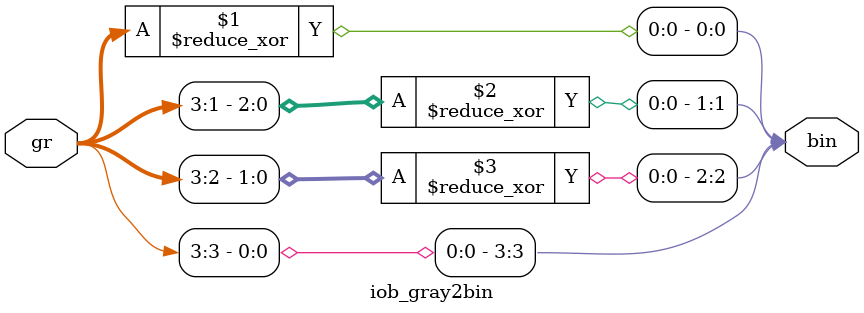
<source format=v>

`timescale 1ns/1ps

module iob_gray2bin #(
    parameter DATA_W = 4
    ) (
    input [DATA_W-1:0] gr,
    output [DATA_W-1:0] bin
    );

    genvar i;

    generate 
        for(i=0;i<DATA_W;i=i+1) begin : gen_bin
            assign bin[i] = ^gr[DATA_W-1:i];
        end
    endgenerate

endmodule

</source>
